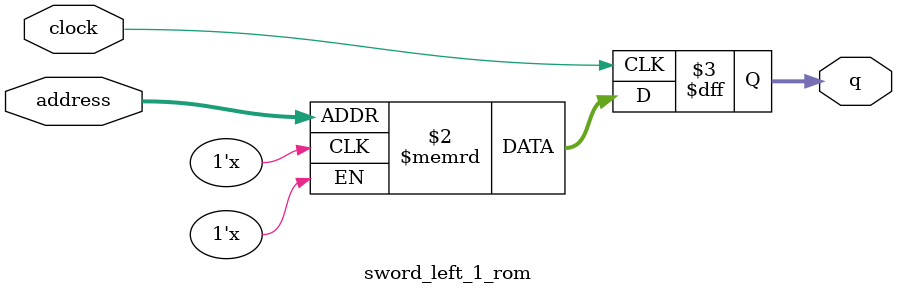
<source format=sv>
module sword_left_1_rom (
	input logic clock,
	input logic [9:0] address,
	output logic [2:0] q
);

logic [2:0] memory [0:1023] /* synthesis ram_init_file = "./sword_left_1/sword_left_1.mif" */;

always_ff @ (posedge clock) begin
	q <= memory[address];
end

endmodule

</source>
